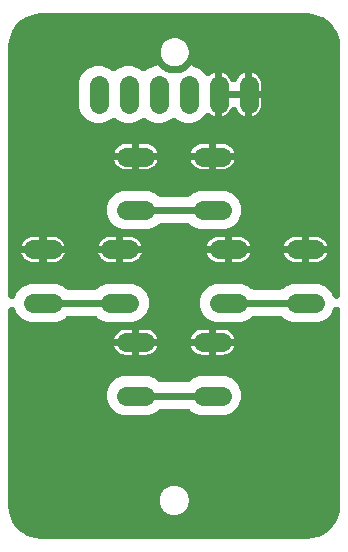
<source format=gbr>
G04 EAGLE Gerber RS-274X export*
G75*
%MOMM*%
%FSLAX34Y34*%
%LPD*%
%INTop Copper*%
%IPPOS*%
%AMOC8*
5,1,8,0,0,1.08239X$1,22.5*%
G01*
%ADD10C,0.609600*%
%ADD11C,0.500000*%
%ADD12C,1.625600*%

G36*
X256152Y2553D02*
X256152Y2553D01*
X256239Y2550D01*
X260058Y2851D01*
X260075Y2853D01*
X260092Y2854D01*
X260152Y2866D01*
X260545Y2929D01*
X260679Y2974D01*
X260761Y2990D01*
X268024Y5351D01*
X268151Y5403D01*
X268281Y5447D01*
X268352Y5487D01*
X268480Y5541D01*
X268825Y5756D01*
X268874Y5783D01*
X275053Y10273D01*
X275157Y10362D01*
X275267Y10444D01*
X275322Y10504D01*
X275427Y10594D01*
X275689Y10905D01*
X275727Y10947D01*
X280217Y17126D01*
X280288Y17243D01*
X280367Y17355D01*
X280401Y17429D01*
X280473Y17547D01*
X280626Y17925D01*
X280649Y17976D01*
X283010Y25239D01*
X283014Y25256D01*
X283020Y25272D01*
X283032Y25333D01*
X283124Y25719D01*
X283134Y25860D01*
X283149Y25942D01*
X283450Y29761D01*
X283449Y29913D01*
X283459Y30000D01*
X283459Y196063D01*
X283448Y196205D01*
X283446Y196347D01*
X283428Y196450D01*
X283419Y196555D01*
X283385Y196693D01*
X283360Y196833D01*
X283326Y196932D01*
X283301Y197033D01*
X283244Y197164D01*
X283197Y197299D01*
X283147Y197391D01*
X283106Y197487D01*
X283030Y197607D01*
X282961Y197732D01*
X282897Y197815D01*
X282841Y197903D01*
X282746Y198009D01*
X282659Y198122D01*
X282582Y198193D01*
X282512Y198271D01*
X282401Y198360D01*
X282297Y198457D01*
X282210Y198515D01*
X282128Y198581D01*
X282005Y198651D01*
X281886Y198730D01*
X281790Y198773D01*
X281700Y198825D01*
X281566Y198874D01*
X281436Y198933D01*
X281335Y198960D01*
X281237Y198996D01*
X281097Y199024D01*
X280960Y199060D01*
X280856Y199071D01*
X280753Y199091D01*
X280611Y199095D01*
X280469Y199110D01*
X280364Y199103D01*
X280260Y199106D01*
X280119Y199088D01*
X279976Y199079D01*
X279875Y199056D01*
X279771Y199042D01*
X279634Y199001D01*
X279495Y198969D01*
X279399Y198930D01*
X279299Y198899D01*
X279170Y198837D01*
X279038Y198783D01*
X278949Y198728D01*
X278855Y198682D01*
X278739Y198600D01*
X278618Y198526D01*
X278538Y198457D01*
X278453Y198397D01*
X278352Y198297D01*
X278244Y198204D01*
X278176Y198124D01*
X278102Y198050D01*
X278018Y197935D01*
X277927Y197826D01*
X277889Y197757D01*
X277812Y197652D01*
X277616Y197264D01*
X277597Y197229D01*
X275922Y193185D01*
X271349Y188612D01*
X265374Y186137D01*
X242650Y186137D01*
X236675Y188612D01*
X234963Y190325D01*
X234876Y190399D01*
X234795Y190480D01*
X234688Y190558D01*
X234587Y190644D01*
X234489Y190703D01*
X234397Y190770D01*
X234278Y190830D01*
X234164Y190899D01*
X234058Y190941D01*
X233956Y190993D01*
X233829Y191033D01*
X233706Y191082D01*
X233595Y191107D01*
X233486Y191141D01*
X233392Y191151D01*
X233225Y191189D01*
X232900Y191207D01*
X232808Y191217D01*
X210192Y191217D01*
X210078Y191208D01*
X209964Y191209D01*
X209833Y191188D01*
X209700Y191177D01*
X209590Y191150D01*
X209477Y191132D01*
X209350Y191091D01*
X209221Y191059D01*
X209117Y191014D01*
X209008Y190978D01*
X208890Y190916D01*
X208768Y190864D01*
X208672Y190803D01*
X208570Y190750D01*
X208497Y190691D01*
X208352Y190599D01*
X208110Y190383D01*
X208037Y190325D01*
X206325Y188612D01*
X200350Y186137D01*
X177626Y186137D01*
X171651Y188612D01*
X167078Y193185D01*
X164603Y199160D01*
X164603Y205628D01*
X167078Y211603D01*
X171651Y216176D01*
X177626Y218651D01*
X200350Y218651D01*
X206325Y216176D01*
X208037Y214463D01*
X208124Y214389D01*
X208205Y214308D01*
X208312Y214230D01*
X208413Y214144D01*
X208511Y214085D01*
X208603Y214018D01*
X208722Y213958D01*
X208836Y213889D01*
X208942Y213847D01*
X209044Y213795D01*
X209171Y213755D01*
X209294Y213706D01*
X209405Y213681D01*
X209514Y213647D01*
X209608Y213637D01*
X209775Y213599D01*
X210100Y213581D01*
X210192Y213571D01*
X232808Y213571D01*
X232922Y213580D01*
X233036Y213579D01*
X233167Y213600D01*
X233300Y213611D01*
X233410Y213638D01*
X233523Y213656D01*
X233650Y213697D01*
X233779Y213729D01*
X233883Y213774D01*
X233992Y213810D01*
X234110Y213872D01*
X234232Y213924D01*
X234328Y213985D01*
X234430Y214038D01*
X234503Y214097D01*
X234648Y214189D01*
X234890Y214405D01*
X234963Y214463D01*
X236675Y216176D01*
X242650Y218651D01*
X265374Y218651D01*
X271349Y216176D01*
X275922Y211603D01*
X277597Y207559D01*
X277662Y207432D01*
X277718Y207301D01*
X277774Y207213D01*
X277822Y207120D01*
X277906Y207005D01*
X277983Y206885D01*
X278053Y206807D01*
X278115Y206723D01*
X278217Y206624D01*
X278312Y206517D01*
X278393Y206452D01*
X278468Y206379D01*
X278585Y206297D01*
X278696Y206207D01*
X278786Y206156D01*
X278872Y206096D01*
X279000Y206034D01*
X279124Y205963D01*
X279222Y205927D01*
X279317Y205882D01*
X279453Y205841D01*
X279587Y205792D01*
X279689Y205772D01*
X279790Y205742D01*
X279931Y205724D01*
X280071Y205697D01*
X280175Y205694D01*
X280279Y205681D01*
X280422Y205686D01*
X280564Y205682D01*
X280668Y205695D01*
X280772Y205699D01*
X280912Y205728D01*
X281053Y205746D01*
X281153Y205776D01*
X281256Y205797D01*
X281389Y205848D01*
X281526Y205889D01*
X281619Y205935D01*
X281717Y205972D01*
X281841Y206043D01*
X281969Y206106D01*
X282054Y206166D01*
X282144Y206218D01*
X282255Y206309D01*
X282371Y206391D01*
X282445Y206464D01*
X282526Y206531D01*
X282621Y206638D01*
X282722Y206738D01*
X282783Y206822D01*
X282853Y206901D01*
X282928Y207021D01*
X283012Y207136D01*
X283059Y207230D01*
X283115Y207318D01*
X283170Y207450D01*
X283235Y207577D01*
X283266Y207677D01*
X283307Y207773D01*
X283340Y207911D01*
X283383Y208047D01*
X283392Y208126D01*
X283422Y208253D01*
X283455Y208685D01*
X283459Y208725D01*
X283459Y420000D01*
X283452Y420090D01*
X283454Y420166D01*
X283449Y420208D01*
X283450Y420239D01*
X283149Y424058D01*
X283147Y424075D01*
X283146Y424092D01*
X283134Y424152D01*
X283071Y424545D01*
X283026Y424679D01*
X283010Y424761D01*
X280649Y432024D01*
X280597Y432151D01*
X280553Y432281D01*
X280513Y432352D01*
X280459Y432480D01*
X280244Y432825D01*
X280217Y432874D01*
X275727Y439053D01*
X275638Y439157D01*
X275556Y439267D01*
X275496Y439322D01*
X275406Y439427D01*
X275095Y439689D01*
X275053Y439727D01*
X268874Y444217D01*
X268757Y444288D01*
X268645Y444367D01*
X268571Y444401D01*
X268453Y444473D01*
X268075Y444626D01*
X268024Y444649D01*
X260761Y447010D01*
X260744Y447014D01*
X260728Y447020D01*
X260667Y447032D01*
X260281Y447124D01*
X260140Y447134D01*
X260058Y447149D01*
X256239Y447450D01*
X256087Y447449D01*
X256000Y447459D01*
X30000Y447459D01*
X29848Y447447D01*
X29761Y447450D01*
X25942Y447149D01*
X25925Y447147D01*
X25908Y447146D01*
X25848Y447134D01*
X25455Y447071D01*
X25321Y447026D01*
X25239Y447010D01*
X17976Y444649D01*
X17849Y444597D01*
X17719Y444553D01*
X17648Y444513D01*
X17520Y444459D01*
X17175Y444244D01*
X17126Y444217D01*
X10947Y439727D01*
X10843Y439638D01*
X10733Y439556D01*
X10678Y439496D01*
X10573Y439406D01*
X10311Y439095D01*
X10273Y439053D01*
X5783Y432874D01*
X5712Y432757D01*
X5633Y432645D01*
X5599Y432571D01*
X5527Y432453D01*
X5374Y432075D01*
X5351Y432024D01*
X2990Y424761D01*
X2986Y424744D01*
X2980Y424728D01*
X2968Y424667D01*
X2876Y424281D01*
X2866Y424140D01*
X2851Y424058D01*
X2550Y420239D01*
X2551Y420087D01*
X2541Y420000D01*
X2541Y208725D01*
X2552Y208583D01*
X2554Y208441D01*
X2572Y208338D01*
X2581Y208233D01*
X2615Y208095D01*
X2640Y207955D01*
X2674Y207856D01*
X2699Y207755D01*
X2756Y207624D01*
X2803Y207489D01*
X2853Y207397D01*
X2894Y207301D01*
X2970Y207181D01*
X3039Y207056D01*
X3103Y206973D01*
X3159Y206885D01*
X3254Y206779D01*
X3341Y206666D01*
X3418Y206595D01*
X3488Y206517D01*
X3599Y206428D01*
X3703Y206331D01*
X3790Y206273D01*
X3872Y206207D01*
X3995Y206137D01*
X4114Y206058D01*
X4210Y206015D01*
X4300Y205963D01*
X4434Y205914D01*
X4564Y205855D01*
X4665Y205828D01*
X4763Y205792D01*
X4902Y205764D01*
X5040Y205727D01*
X5145Y205717D01*
X5247Y205697D01*
X5389Y205693D01*
X5531Y205678D01*
X5636Y205685D01*
X5740Y205682D01*
X5881Y205700D01*
X6024Y205709D01*
X6125Y205732D01*
X6229Y205746D01*
X6366Y205787D01*
X6505Y205819D01*
X6601Y205858D01*
X6701Y205889D01*
X6830Y205951D01*
X6962Y206005D01*
X7051Y206060D01*
X7145Y206105D01*
X7261Y206188D01*
X7382Y206262D01*
X7462Y206330D01*
X7547Y206391D01*
X7648Y206491D01*
X7756Y206584D01*
X7824Y206664D01*
X7898Y206738D01*
X7982Y206853D01*
X8073Y206962D01*
X8111Y207031D01*
X8188Y207136D01*
X8384Y207523D01*
X8403Y207559D01*
X10078Y211603D01*
X14651Y216176D01*
X20626Y218651D01*
X43350Y218651D01*
X49325Y216176D01*
X51037Y214463D01*
X51124Y214389D01*
X51204Y214308D01*
X51312Y214230D01*
X51413Y214144D01*
X51511Y214085D01*
X51603Y214018D01*
X51722Y213958D01*
X51836Y213889D01*
X51942Y213847D01*
X52044Y213795D01*
X52170Y213755D01*
X52294Y213706D01*
X52405Y213681D01*
X52514Y213647D01*
X52608Y213637D01*
X52775Y213599D01*
X53100Y213581D01*
X53192Y213571D01*
X75808Y213571D01*
X75922Y213580D01*
X76036Y213579D01*
X76168Y213600D01*
X76300Y213611D01*
X76411Y213638D01*
X76523Y213656D01*
X76650Y213697D01*
X76779Y213729D01*
X76883Y213774D01*
X76992Y213810D01*
X77110Y213872D01*
X77232Y213924D01*
X77328Y213985D01*
X77430Y214038D01*
X77503Y214097D01*
X77648Y214189D01*
X77890Y214405D01*
X77963Y214463D01*
X79675Y216176D01*
X85650Y218651D01*
X108374Y218651D01*
X114349Y216176D01*
X118922Y211603D01*
X121397Y205628D01*
X121397Y199160D01*
X118922Y193185D01*
X114349Y188612D01*
X108374Y186137D01*
X85650Y186137D01*
X79675Y188612D01*
X77963Y190325D01*
X77876Y190399D01*
X77796Y190480D01*
X77688Y190558D01*
X77587Y190644D01*
X77489Y190703D01*
X77397Y190770D01*
X77278Y190830D01*
X77164Y190899D01*
X77058Y190941D01*
X76956Y190993D01*
X76830Y191033D01*
X76706Y191082D01*
X76595Y191107D01*
X76486Y191141D01*
X76392Y191151D01*
X76225Y191189D01*
X75900Y191207D01*
X75808Y191217D01*
X53192Y191217D01*
X53078Y191208D01*
X52964Y191209D01*
X52832Y191188D01*
X52700Y191177D01*
X52589Y191150D01*
X52477Y191132D01*
X52350Y191091D01*
X52221Y191059D01*
X52117Y191014D01*
X52008Y190978D01*
X51890Y190916D01*
X51768Y190864D01*
X51672Y190803D01*
X51570Y190750D01*
X51497Y190691D01*
X51352Y190599D01*
X51110Y190383D01*
X51037Y190325D01*
X49325Y188612D01*
X43350Y186137D01*
X20626Y186137D01*
X14651Y188612D01*
X10078Y193185D01*
X8403Y197229D01*
X8338Y197356D01*
X8282Y197487D01*
X8226Y197575D01*
X8178Y197668D01*
X8093Y197783D01*
X8017Y197903D01*
X7947Y197981D01*
X7885Y198065D01*
X7783Y198165D01*
X7688Y198271D01*
X7607Y198336D01*
X7532Y198409D01*
X7415Y198491D01*
X7304Y198581D01*
X7214Y198632D01*
X7128Y198692D01*
X7000Y198754D01*
X6876Y198825D01*
X6778Y198861D01*
X6683Y198906D01*
X6547Y198947D01*
X6413Y198996D01*
X6311Y199016D01*
X6210Y199046D01*
X6069Y199064D01*
X5929Y199091D01*
X5825Y199094D01*
X5721Y199107D01*
X5578Y199102D01*
X5436Y199106D01*
X5332Y199093D01*
X5228Y199089D01*
X5088Y199061D01*
X4947Y199042D01*
X4847Y199012D01*
X4744Y198991D01*
X4611Y198941D01*
X4474Y198899D01*
X4381Y198853D01*
X4283Y198816D01*
X4159Y198745D01*
X4031Y198683D01*
X3946Y198622D01*
X3856Y198570D01*
X3745Y198479D01*
X3629Y198397D01*
X3555Y198324D01*
X3474Y198257D01*
X3379Y198150D01*
X3278Y198050D01*
X3217Y197966D01*
X3147Y197887D01*
X3071Y197767D01*
X2988Y197652D01*
X2941Y197558D01*
X2885Y197470D01*
X2830Y197338D01*
X2765Y197211D01*
X2734Y197111D01*
X2693Y197015D01*
X2660Y196877D01*
X2617Y196741D01*
X2608Y196663D01*
X2578Y196536D01*
X2545Y196103D01*
X2541Y196063D01*
X2541Y30000D01*
X2550Y29891D01*
X2547Y29814D01*
X2551Y29786D01*
X2550Y29761D01*
X2851Y25942D01*
X2853Y25925D01*
X2854Y25908D01*
X2866Y25848D01*
X2929Y25455D01*
X2974Y25321D01*
X2990Y25239D01*
X5351Y17976D01*
X5403Y17849D01*
X5447Y17719D01*
X5487Y17648D01*
X5541Y17520D01*
X5756Y17175D01*
X5783Y17126D01*
X10273Y10947D01*
X10362Y10843D01*
X10444Y10733D01*
X10504Y10678D01*
X10594Y10573D01*
X10905Y10311D01*
X10947Y10273D01*
X17126Y5783D01*
X17243Y5712D01*
X17355Y5633D01*
X17429Y5599D01*
X17547Y5527D01*
X17925Y5374D01*
X17976Y5351D01*
X25239Y2990D01*
X25256Y2986D01*
X25272Y2980D01*
X25333Y2968D01*
X25719Y2876D01*
X25860Y2866D01*
X25942Y2851D01*
X29761Y2550D01*
X29913Y2551D01*
X30000Y2541D01*
X256000Y2541D01*
X256152Y2553D01*
G37*
%LPC*%
G36*
X75766Y354345D02*
X75766Y354345D01*
X69791Y356820D01*
X65218Y361393D01*
X62743Y367368D01*
X62743Y390092D01*
X65218Y396067D01*
X69791Y400640D01*
X75766Y403115D01*
X82234Y403115D01*
X88209Y400640D01*
X89545Y399303D01*
X89603Y399254D01*
X89655Y399198D01*
X89791Y399094D01*
X89921Y398984D01*
X89987Y398944D01*
X90047Y398898D01*
X90197Y398817D01*
X90344Y398729D01*
X90414Y398701D01*
X90482Y398665D01*
X90643Y398609D01*
X90802Y398546D01*
X90876Y398530D01*
X90948Y398505D01*
X91117Y398476D01*
X91283Y398439D01*
X91360Y398435D01*
X91435Y398422D01*
X91605Y398421D01*
X91776Y398412D01*
X91852Y398420D01*
X91928Y398419D01*
X92097Y398446D01*
X92267Y398464D01*
X92340Y398484D01*
X92415Y398496D01*
X92578Y398549D01*
X92742Y398595D01*
X92811Y398626D01*
X92884Y398650D01*
X93036Y398729D01*
X93191Y398800D01*
X93254Y398843D01*
X93322Y398878D01*
X93404Y398944D01*
X93600Y399076D01*
X93772Y399238D01*
X93855Y399303D01*
X95191Y400640D01*
X101166Y403115D01*
X107634Y403115D01*
X113609Y400640D01*
X114945Y399303D01*
X115003Y399254D01*
X115055Y399198D01*
X115191Y399094D01*
X115321Y398984D01*
X115387Y398944D01*
X115447Y398898D01*
X115597Y398817D01*
X115744Y398729D01*
X115814Y398701D01*
X115882Y398665D01*
X116043Y398609D01*
X116202Y398546D01*
X116276Y398530D01*
X116348Y398505D01*
X116517Y398476D01*
X116683Y398439D01*
X116760Y398435D01*
X116835Y398422D01*
X117005Y398421D01*
X117176Y398412D01*
X117252Y398420D01*
X117328Y398419D01*
X117497Y398446D01*
X117667Y398464D01*
X117740Y398484D01*
X117815Y398496D01*
X117978Y398549D01*
X118142Y398595D01*
X118211Y398626D01*
X118284Y398650D01*
X118436Y398729D01*
X118591Y398800D01*
X118654Y398843D01*
X118722Y398878D01*
X118804Y398944D01*
X119000Y399076D01*
X119172Y399238D01*
X119255Y399303D01*
X120591Y400640D01*
X126566Y403115D01*
X127083Y403115D01*
X127263Y403129D01*
X127443Y403136D01*
X127508Y403149D01*
X127574Y403155D01*
X127750Y403198D01*
X127926Y403234D01*
X127988Y403257D01*
X128053Y403273D01*
X128219Y403345D01*
X128388Y403408D01*
X128445Y403442D01*
X128506Y403468D01*
X128659Y403565D01*
X128815Y403655D01*
X128866Y403697D01*
X128923Y403733D01*
X129057Y403853D01*
X129197Y403968D01*
X129241Y404017D01*
X129290Y404062D01*
X129404Y404202D01*
X129523Y404337D01*
X129559Y404394D01*
X129600Y404446D01*
X129690Y404602D01*
X129786Y404755D01*
X129811Y404816D01*
X129844Y404874D01*
X129907Y405044D01*
X129977Y405210D01*
X129993Y405274D01*
X130016Y405337D01*
X130051Y405514D01*
X130093Y405689D01*
X130098Y405756D01*
X130111Y405821D01*
X130116Y406001D01*
X130130Y406181D01*
X130124Y406248D01*
X130126Y406314D01*
X130102Y406493D01*
X130087Y406673D01*
X130072Y406723D01*
X130062Y406803D01*
X129919Y407275D01*
X129904Y407306D01*
X129898Y407328D01*
X127959Y412008D01*
X127959Y417992D01*
X130249Y423520D01*
X134480Y427751D01*
X140008Y430041D01*
X145992Y430041D01*
X151520Y427751D01*
X155751Y423520D01*
X158041Y417992D01*
X158041Y412008D01*
X156102Y407328D01*
X156047Y407157D01*
X155984Y406987D01*
X155971Y406922D01*
X155951Y406859D01*
X155924Y406680D01*
X155889Y406503D01*
X155887Y406437D01*
X155877Y406371D01*
X155880Y406190D01*
X155874Y406010D01*
X155883Y405944D01*
X155884Y405877D01*
X155915Y405700D01*
X155938Y405521D01*
X155958Y405457D01*
X155969Y405392D01*
X156029Y405221D01*
X156081Y405048D01*
X156110Y404989D01*
X156132Y404926D01*
X156218Y404768D01*
X156298Y404605D01*
X156336Y404551D01*
X156368Y404493D01*
X156479Y404350D01*
X156583Y404203D01*
X156630Y404156D01*
X156671Y404103D01*
X156803Y403980D01*
X156930Y403852D01*
X156984Y403813D01*
X157033Y403768D01*
X157183Y403668D01*
X157329Y403562D01*
X157388Y403532D01*
X157444Y403495D01*
X157608Y403421D01*
X157769Y403339D01*
X157833Y403319D01*
X157893Y403292D01*
X158067Y403245D01*
X158240Y403191D01*
X158253Y403190D01*
X164409Y400640D01*
X169010Y396039D01*
X169088Y395870D01*
X169122Y395821D01*
X169148Y395769D01*
X169260Y395618D01*
X169366Y395462D01*
X169406Y395419D01*
X169441Y395372D01*
X169576Y395241D01*
X169706Y395104D01*
X169752Y395068D01*
X169795Y395027D01*
X169949Y394919D01*
X170098Y394806D01*
X170150Y394778D01*
X170199Y394744D01*
X170368Y394663D01*
X170534Y394575D01*
X170590Y394556D01*
X170643Y394530D01*
X170823Y394477D01*
X171002Y394417D01*
X171060Y394407D01*
X171116Y394391D01*
X171303Y394367D01*
X171489Y394337D01*
X171547Y394337D01*
X171606Y394329D01*
X171794Y394336D01*
X171982Y394336D01*
X172040Y394346D01*
X172099Y394348D01*
X172283Y394385D01*
X172469Y394415D01*
X172525Y394434D01*
X172582Y394446D01*
X172758Y394512D01*
X172937Y394572D01*
X172978Y394595D01*
X173044Y394620D01*
X173471Y394867D01*
X173504Y394894D01*
X173530Y394909D01*
X175008Y395983D01*
X176505Y396745D01*
X177553Y397086D01*
X177553Y378730D01*
X177553Y360374D01*
X176505Y360715D01*
X175008Y361477D01*
X173530Y362551D01*
X173369Y362649D01*
X173212Y362753D01*
X173159Y362778D01*
X173109Y362808D01*
X172935Y362879D01*
X172763Y362956D01*
X172706Y362972D01*
X172651Y362994D01*
X172468Y363035D01*
X172286Y363084D01*
X172228Y363090D01*
X172170Y363103D01*
X171982Y363114D01*
X171795Y363133D01*
X171737Y363129D01*
X171678Y363133D01*
X171490Y363114D01*
X171303Y363102D01*
X171246Y363089D01*
X171187Y363083D01*
X171005Y363034D01*
X170822Y362992D01*
X170768Y362970D01*
X170711Y362955D01*
X170539Y362877D01*
X170365Y362806D01*
X170315Y362776D01*
X170261Y362751D01*
X170104Y362647D01*
X169944Y362549D01*
X169900Y362511D01*
X169851Y362478D01*
X169713Y362350D01*
X169570Y362227D01*
X169532Y362182D01*
X169489Y362142D01*
X169374Y361993D01*
X169253Y361849D01*
X169230Y361808D01*
X169187Y361752D01*
X169005Y361416D01*
X164409Y356820D01*
X158434Y354345D01*
X151966Y354345D01*
X145991Y356820D01*
X144655Y358157D01*
X144597Y358206D01*
X144544Y358262D01*
X144409Y358365D01*
X144279Y358476D01*
X144213Y358516D01*
X144153Y358562D01*
X144003Y358643D01*
X143856Y358731D01*
X143785Y358759D01*
X143718Y358795D01*
X143557Y358851D01*
X143398Y358914D01*
X143324Y358930D01*
X143252Y358955D01*
X143083Y358984D01*
X142916Y359021D01*
X142840Y359025D01*
X142765Y359038D01*
X142594Y359039D01*
X142424Y359048D01*
X142348Y359040D01*
X142272Y359041D01*
X142103Y359014D01*
X141933Y358996D01*
X141860Y358976D01*
X141785Y358964D01*
X141622Y358911D01*
X141458Y358865D01*
X141388Y358834D01*
X141316Y358810D01*
X141164Y358731D01*
X141009Y358660D01*
X140946Y358617D01*
X140878Y358582D01*
X140796Y358516D01*
X140600Y358384D01*
X140428Y358223D01*
X140345Y358157D01*
X139009Y356820D01*
X133034Y354345D01*
X126566Y354345D01*
X120591Y356820D01*
X119255Y358157D01*
X119197Y358206D01*
X119144Y358262D01*
X119009Y358365D01*
X118879Y358476D01*
X118813Y358516D01*
X118753Y358562D01*
X118603Y358643D01*
X118456Y358731D01*
X118385Y358759D01*
X118318Y358795D01*
X118157Y358851D01*
X117998Y358914D01*
X117924Y358930D01*
X117852Y358955D01*
X117683Y358984D01*
X117516Y359021D01*
X117440Y359025D01*
X117365Y359038D01*
X117194Y359039D01*
X117024Y359048D01*
X116948Y359040D01*
X116872Y359041D01*
X116703Y359014D01*
X116533Y358996D01*
X116460Y358976D01*
X116385Y358964D01*
X116222Y358911D01*
X116058Y358865D01*
X115988Y358834D01*
X115916Y358810D01*
X115764Y358731D01*
X115609Y358660D01*
X115546Y358617D01*
X115478Y358582D01*
X115396Y358516D01*
X115200Y358384D01*
X115028Y358223D01*
X114945Y358157D01*
X113609Y356820D01*
X107634Y354345D01*
X101166Y354345D01*
X95191Y356820D01*
X93855Y358157D01*
X93797Y358206D01*
X93744Y358262D01*
X93609Y358365D01*
X93479Y358476D01*
X93413Y358516D01*
X93353Y358562D01*
X93203Y358643D01*
X93056Y358731D01*
X92985Y358759D01*
X92918Y358795D01*
X92757Y358851D01*
X92598Y358914D01*
X92524Y358930D01*
X92452Y358955D01*
X92283Y358984D01*
X92116Y359021D01*
X92040Y359025D01*
X91965Y359038D01*
X91794Y359039D01*
X91624Y359048D01*
X91548Y359040D01*
X91472Y359041D01*
X91303Y359014D01*
X91133Y358996D01*
X91060Y358976D01*
X90985Y358964D01*
X90822Y358911D01*
X90658Y358865D01*
X90588Y358834D01*
X90516Y358810D01*
X90364Y358731D01*
X90209Y358660D01*
X90146Y358617D01*
X90078Y358582D01*
X89996Y358516D01*
X89800Y358384D01*
X89628Y358223D01*
X89545Y358157D01*
X88209Y356820D01*
X82234Y354345D01*
X75766Y354345D01*
G37*
%LPD*%
%LPC*%
G36*
X99126Y264637D02*
X99126Y264637D01*
X93151Y267112D01*
X88578Y271685D01*
X86103Y277660D01*
X86103Y284128D01*
X88578Y290103D01*
X93151Y294676D01*
X99126Y297151D01*
X121850Y297151D01*
X127825Y294676D01*
X129537Y292963D01*
X129624Y292889D01*
X129704Y292808D01*
X129812Y292730D01*
X129913Y292644D01*
X130011Y292585D01*
X130103Y292518D01*
X130222Y292458D01*
X130336Y292389D01*
X130442Y292347D01*
X130544Y292295D01*
X130670Y292255D01*
X130794Y292206D01*
X130905Y292181D01*
X131014Y292147D01*
X131108Y292137D01*
X131275Y292099D01*
X131600Y292081D01*
X131692Y292071D01*
X154308Y292071D01*
X154422Y292080D01*
X154536Y292079D01*
X154668Y292100D01*
X154800Y292111D01*
X154911Y292138D01*
X155023Y292156D01*
X155150Y292197D01*
X155279Y292229D01*
X155383Y292274D01*
X155492Y292310D01*
X155610Y292372D01*
X155732Y292424D01*
X155828Y292485D01*
X155930Y292538D01*
X156003Y292597D01*
X156148Y292689D01*
X156390Y292905D01*
X156463Y292963D01*
X158175Y294676D01*
X164150Y297151D01*
X186874Y297151D01*
X192849Y294676D01*
X197422Y290103D01*
X199897Y284128D01*
X199897Y277660D01*
X197422Y271685D01*
X192849Y267112D01*
X186874Y264637D01*
X164150Y264637D01*
X158175Y267112D01*
X156463Y268825D01*
X156376Y268899D01*
X156296Y268980D01*
X156188Y269058D01*
X156087Y269144D01*
X155989Y269203D01*
X155897Y269270D01*
X155778Y269330D01*
X155664Y269399D01*
X155558Y269441D01*
X155456Y269493D01*
X155330Y269533D01*
X155206Y269582D01*
X155095Y269607D01*
X154986Y269641D01*
X154892Y269651D01*
X154725Y269689D01*
X154400Y269707D01*
X154308Y269717D01*
X131692Y269717D01*
X131578Y269708D01*
X131464Y269709D01*
X131332Y269688D01*
X131200Y269677D01*
X131089Y269650D01*
X130977Y269632D01*
X130850Y269591D01*
X130721Y269559D01*
X130617Y269514D01*
X130508Y269478D01*
X130390Y269416D01*
X130268Y269364D01*
X130172Y269303D01*
X130070Y269250D01*
X129997Y269191D01*
X129852Y269099D01*
X129610Y268883D01*
X129537Y268825D01*
X127825Y267112D01*
X121850Y264637D01*
X99126Y264637D01*
G37*
%LPD*%
%LPC*%
G36*
X99126Y107637D02*
X99126Y107637D01*
X93151Y110112D01*
X88578Y114685D01*
X86103Y120660D01*
X86103Y127128D01*
X88578Y133103D01*
X93151Y137676D01*
X99126Y140151D01*
X121850Y140151D01*
X127825Y137676D01*
X129537Y135963D01*
X129624Y135889D01*
X129704Y135808D01*
X129812Y135730D01*
X129913Y135644D01*
X130011Y135585D01*
X130103Y135518D01*
X130222Y135458D01*
X130336Y135389D01*
X130442Y135347D01*
X130544Y135295D01*
X130670Y135255D01*
X130794Y135206D01*
X130905Y135181D01*
X131014Y135147D01*
X131108Y135137D01*
X131275Y135099D01*
X131600Y135081D01*
X131692Y135071D01*
X154308Y135071D01*
X154422Y135080D01*
X154536Y135079D01*
X154668Y135100D01*
X154800Y135111D01*
X154911Y135138D01*
X155023Y135156D01*
X155150Y135197D01*
X155279Y135229D01*
X155383Y135274D01*
X155492Y135310D01*
X155610Y135372D01*
X155732Y135424D01*
X155828Y135485D01*
X155930Y135538D01*
X156003Y135597D01*
X156148Y135689D01*
X156390Y135905D01*
X156463Y135963D01*
X158175Y137676D01*
X164150Y140151D01*
X186874Y140151D01*
X192849Y137676D01*
X197422Y133103D01*
X199897Y127128D01*
X199897Y120660D01*
X197422Y114685D01*
X192849Y110112D01*
X186874Y107637D01*
X164150Y107637D01*
X158175Y110112D01*
X156463Y111825D01*
X156376Y111899D01*
X156296Y111980D01*
X156188Y112058D01*
X156087Y112144D01*
X155989Y112203D01*
X155897Y112270D01*
X155778Y112330D01*
X155664Y112399D01*
X155558Y112441D01*
X155456Y112493D01*
X155330Y112533D01*
X155206Y112582D01*
X155095Y112607D01*
X154986Y112641D01*
X154892Y112651D01*
X154725Y112689D01*
X154400Y112707D01*
X154308Y112717D01*
X131692Y112717D01*
X131578Y112708D01*
X131464Y112709D01*
X131332Y112688D01*
X131200Y112677D01*
X131089Y112650D01*
X130977Y112632D01*
X130850Y112591D01*
X130721Y112559D01*
X130617Y112514D01*
X130508Y112478D01*
X130390Y112416D01*
X130268Y112364D01*
X130172Y112303D01*
X130070Y112250D01*
X129997Y112191D01*
X129852Y112099D01*
X129610Y111883D01*
X129537Y111825D01*
X127825Y110112D01*
X121850Y107637D01*
X99126Y107637D01*
G37*
%LPD*%
%LPC*%
G36*
X140008Y19959D02*
X140008Y19959D01*
X134480Y22249D01*
X130249Y26480D01*
X127959Y32008D01*
X127959Y37992D01*
X130249Y43520D01*
X134480Y47751D01*
X140008Y50041D01*
X145992Y50041D01*
X151520Y47751D01*
X155751Y43520D01*
X158041Y37992D01*
X158041Y32008D01*
X155751Y26480D01*
X151520Y22249D01*
X145992Y19959D01*
X140008Y19959D01*
G37*
%LPD*%
%LPC*%
G36*
X183647Y381777D02*
X183647Y381777D01*
X183647Y397086D01*
X184695Y396745D01*
X186192Y395983D01*
X187550Y394996D01*
X188738Y393808D01*
X189725Y392450D01*
X190585Y390761D01*
X190609Y390723D01*
X190628Y390681D01*
X190738Y390513D01*
X190844Y390341D01*
X190874Y390307D01*
X190899Y390269D01*
X191035Y390121D01*
X191167Y389969D01*
X191202Y389940D01*
X191233Y389906D01*
X191392Y389782D01*
X191546Y389653D01*
X191585Y389630D01*
X191621Y389602D01*
X191798Y389505D01*
X191971Y389403D01*
X192014Y389386D01*
X192054Y389364D01*
X192244Y389297D01*
X192431Y389224D01*
X192476Y389215D01*
X192519Y389199D01*
X192717Y389164D01*
X192914Y389122D01*
X192959Y389120D01*
X193004Y389112D01*
X193206Y389109D01*
X193406Y389100D01*
X193452Y389105D01*
X193498Y389104D01*
X193697Y389133D01*
X193896Y389157D01*
X193940Y389169D01*
X193986Y389176D01*
X194178Y389237D01*
X194371Y389292D01*
X194412Y389311D01*
X194456Y389325D01*
X194635Y389416D01*
X194817Y389502D01*
X194855Y389528D01*
X194896Y389549D01*
X195058Y389668D01*
X195224Y389782D01*
X195257Y389813D01*
X195294Y389840D01*
X195435Y389984D01*
X195580Y390123D01*
X195607Y390159D01*
X195639Y390192D01*
X195694Y390275D01*
X195876Y390517D01*
X195961Y390680D01*
X196015Y390761D01*
X196875Y392450D01*
X197862Y393808D01*
X199050Y394996D01*
X200408Y395983D01*
X201905Y396745D01*
X202953Y397086D01*
X202953Y381777D01*
X183647Y381777D01*
G37*
%LPD*%
%LPC*%
G36*
X201905Y360715D02*
X201905Y360715D01*
X200408Y361477D01*
X199050Y362464D01*
X197862Y363652D01*
X196875Y365010D01*
X196015Y366699D01*
X195991Y366738D01*
X195972Y366779D01*
X195862Y366947D01*
X195756Y367119D01*
X195726Y367153D01*
X195701Y367191D01*
X195565Y367339D01*
X195433Y367491D01*
X195398Y367521D01*
X195367Y367554D01*
X195209Y367678D01*
X195054Y367807D01*
X195014Y367830D01*
X194979Y367858D01*
X194803Y367955D01*
X194629Y368057D01*
X194586Y368074D01*
X194546Y368096D01*
X194357Y368163D01*
X194169Y368236D01*
X194124Y368245D01*
X194081Y368261D01*
X193883Y368296D01*
X193686Y368338D01*
X193641Y368340D01*
X193596Y368348D01*
X193394Y368351D01*
X193193Y368360D01*
X193148Y368355D01*
X193102Y368356D01*
X192902Y368327D01*
X192703Y368303D01*
X192660Y368291D01*
X192614Y368284D01*
X192422Y368223D01*
X192229Y368168D01*
X192188Y368148D01*
X192144Y368135D01*
X191965Y368044D01*
X191783Y367958D01*
X191745Y367932D01*
X191704Y367911D01*
X191542Y367792D01*
X191376Y367678D01*
X191343Y367647D01*
X191306Y367620D01*
X191165Y367476D01*
X191020Y367337D01*
X190993Y367300D01*
X190961Y367268D01*
X190906Y367186D01*
X190724Y366943D01*
X190638Y366780D01*
X190585Y366699D01*
X189725Y365010D01*
X188738Y363652D01*
X187550Y362464D01*
X186192Y361477D01*
X184695Y360715D01*
X183647Y360374D01*
X183647Y375683D01*
X202953Y375683D01*
X202953Y360374D01*
X201905Y360715D01*
G37*
%LPD*%
%LPC*%
G36*
X209047Y381777D02*
X209047Y381777D01*
X209047Y397086D01*
X210095Y396745D01*
X211592Y395983D01*
X212950Y394996D01*
X214138Y393808D01*
X215125Y392450D01*
X215887Y390953D01*
X216406Y389356D01*
X216669Y387698D01*
X216669Y381777D01*
X209047Y381777D01*
G37*
%LPD*%
%LPC*%
G36*
X113535Y172153D02*
X113535Y172153D01*
X113535Y179775D01*
X119456Y179775D01*
X121114Y179512D01*
X122711Y178993D01*
X124208Y178231D01*
X125566Y177244D01*
X126754Y176056D01*
X127741Y174698D01*
X128503Y173201D01*
X128844Y172153D01*
X113535Y172153D01*
G37*
%LPD*%
%LPC*%
G36*
X178559Y329153D02*
X178559Y329153D01*
X178559Y336775D01*
X184480Y336775D01*
X186138Y336512D01*
X187735Y335993D01*
X189232Y335231D01*
X190590Y334244D01*
X191778Y333056D01*
X192765Y331698D01*
X193527Y330201D01*
X193868Y329153D01*
X178559Y329153D01*
G37*
%LPD*%
%LPC*%
G36*
X35035Y250653D02*
X35035Y250653D01*
X35035Y258275D01*
X40956Y258275D01*
X42614Y258012D01*
X44211Y257493D01*
X45708Y256731D01*
X47066Y255744D01*
X48254Y254556D01*
X49241Y253198D01*
X50003Y251701D01*
X50344Y250653D01*
X35035Y250653D01*
G37*
%LPD*%
%LPC*%
G36*
X113535Y329153D02*
X113535Y329153D01*
X113535Y336775D01*
X119456Y336775D01*
X121114Y336512D01*
X122711Y335993D01*
X124208Y335231D01*
X125566Y334244D01*
X126754Y333056D01*
X127741Y331698D01*
X128503Y330201D01*
X128844Y329153D01*
X113535Y329153D01*
G37*
%LPD*%
%LPC*%
G36*
X100059Y250653D02*
X100059Y250653D01*
X100059Y258275D01*
X105980Y258275D01*
X107638Y258012D01*
X109235Y257493D01*
X110732Y256731D01*
X112090Y255744D01*
X113278Y254556D01*
X114265Y253198D01*
X115027Y251701D01*
X115368Y250653D01*
X100059Y250653D01*
G37*
%LPD*%
%LPC*%
G36*
X257059Y250653D02*
X257059Y250653D01*
X257059Y258275D01*
X262980Y258275D01*
X264638Y258012D01*
X266235Y257493D01*
X267732Y256731D01*
X269090Y255744D01*
X270278Y254556D01*
X271265Y253198D01*
X272027Y251701D01*
X272368Y250653D01*
X257059Y250653D01*
G37*
%LPD*%
%LPC*%
G36*
X192035Y250653D02*
X192035Y250653D01*
X192035Y258275D01*
X197956Y258275D01*
X199614Y258012D01*
X201211Y257493D01*
X202708Y256731D01*
X204066Y255744D01*
X205254Y254556D01*
X206241Y253198D01*
X207003Y251701D01*
X207344Y250653D01*
X192035Y250653D01*
G37*
%LPD*%
%LPC*%
G36*
X178559Y172153D02*
X178559Y172153D01*
X178559Y179775D01*
X184480Y179775D01*
X186138Y179512D01*
X187735Y178993D01*
X189232Y178231D01*
X190590Y177244D01*
X191778Y176056D01*
X192765Y174698D01*
X193527Y173201D01*
X193868Y172153D01*
X178559Y172153D01*
G37*
%LPD*%
%LPC*%
G36*
X209047Y375683D02*
X209047Y375683D01*
X216669Y375683D01*
X216669Y369762D01*
X216406Y368104D01*
X215887Y366507D01*
X215125Y365010D01*
X214138Y363652D01*
X212950Y362464D01*
X211592Y361477D01*
X210095Y360715D01*
X209047Y360374D01*
X209047Y375683D01*
G37*
%LPD*%
%LPC*%
G36*
X157156Y329153D02*
X157156Y329153D01*
X157497Y330201D01*
X158259Y331698D01*
X159246Y333056D01*
X160434Y334244D01*
X161792Y335231D01*
X163289Y335993D01*
X164886Y336512D01*
X166544Y336775D01*
X172465Y336775D01*
X172465Y329153D01*
X157156Y329153D01*
G37*
%LPD*%
%LPC*%
G36*
X92132Y329153D02*
X92132Y329153D01*
X92473Y330201D01*
X93235Y331698D01*
X94222Y333056D01*
X95410Y334244D01*
X96768Y335231D01*
X98265Y335993D01*
X99862Y336512D01*
X101520Y336775D01*
X107441Y336775D01*
X107441Y329153D01*
X92132Y329153D01*
G37*
%LPD*%
%LPC*%
G36*
X157156Y172153D02*
X157156Y172153D01*
X157497Y173201D01*
X158259Y174698D01*
X159246Y176056D01*
X160434Y177244D01*
X161792Y178231D01*
X163289Y178993D01*
X164886Y179512D01*
X166544Y179775D01*
X172465Y179775D01*
X172465Y172153D01*
X157156Y172153D01*
G37*
%LPD*%
%LPC*%
G36*
X13632Y250653D02*
X13632Y250653D01*
X13973Y251701D01*
X14735Y253198D01*
X15722Y254556D01*
X16910Y255744D01*
X18268Y256731D01*
X19765Y257493D01*
X21362Y258012D01*
X23020Y258275D01*
X28941Y258275D01*
X28941Y250653D01*
X13632Y250653D01*
G37*
%LPD*%
%LPC*%
G36*
X235656Y250653D02*
X235656Y250653D01*
X235997Y251701D01*
X236759Y253198D01*
X237746Y254556D01*
X238934Y255744D01*
X240292Y256731D01*
X241789Y257493D01*
X243386Y258012D01*
X245044Y258275D01*
X250965Y258275D01*
X250965Y250653D01*
X235656Y250653D01*
G37*
%LPD*%
%LPC*%
G36*
X78656Y250653D02*
X78656Y250653D01*
X78997Y251701D01*
X79759Y253198D01*
X80746Y254556D01*
X81934Y255744D01*
X83292Y256731D01*
X84789Y257493D01*
X86386Y258012D01*
X88044Y258275D01*
X93965Y258275D01*
X93965Y250653D01*
X78656Y250653D01*
G37*
%LPD*%
%LPC*%
G36*
X170632Y250653D02*
X170632Y250653D01*
X170973Y251701D01*
X171735Y253198D01*
X172722Y254556D01*
X173910Y255744D01*
X175268Y256731D01*
X176765Y257493D01*
X178362Y258012D01*
X180020Y258275D01*
X185941Y258275D01*
X185941Y250653D01*
X170632Y250653D01*
G37*
%LPD*%
%LPC*%
G36*
X92132Y172153D02*
X92132Y172153D01*
X92473Y173201D01*
X93235Y174698D01*
X94222Y176056D01*
X95410Y177244D01*
X96768Y178231D01*
X98265Y178993D01*
X99862Y179512D01*
X101520Y179775D01*
X107441Y179775D01*
X107441Y172153D01*
X92132Y172153D01*
G37*
%LPD*%
%LPC*%
G36*
X178559Y315437D02*
X178559Y315437D01*
X178559Y323059D01*
X193868Y323059D01*
X193527Y322011D01*
X192765Y320514D01*
X191778Y319156D01*
X190590Y317968D01*
X189232Y316981D01*
X187735Y316219D01*
X186138Y315700D01*
X184480Y315437D01*
X178559Y315437D01*
G37*
%LPD*%
%LPC*%
G36*
X100059Y236937D02*
X100059Y236937D01*
X100059Y244559D01*
X115368Y244559D01*
X115027Y243511D01*
X114265Y242014D01*
X113278Y240656D01*
X112090Y239468D01*
X110732Y238481D01*
X109235Y237719D01*
X107638Y237200D01*
X105980Y236937D01*
X100059Y236937D01*
G37*
%LPD*%
%LPC*%
G36*
X35035Y236937D02*
X35035Y236937D01*
X35035Y244559D01*
X50344Y244559D01*
X50003Y243511D01*
X49241Y242014D01*
X48254Y240656D01*
X47066Y239468D01*
X45708Y238481D01*
X44211Y237719D01*
X42614Y237200D01*
X40956Y236937D01*
X35035Y236937D01*
G37*
%LPD*%
%LPC*%
G36*
X113535Y315437D02*
X113535Y315437D01*
X113535Y323059D01*
X128844Y323059D01*
X128503Y322011D01*
X127741Y320514D01*
X126754Y319156D01*
X125566Y317968D01*
X124208Y316981D01*
X122711Y316219D01*
X121114Y315700D01*
X119456Y315437D01*
X113535Y315437D01*
G37*
%LPD*%
%LPC*%
G36*
X192035Y236937D02*
X192035Y236937D01*
X192035Y244559D01*
X207344Y244559D01*
X207003Y243511D01*
X206241Y242014D01*
X205254Y240656D01*
X204066Y239468D01*
X202708Y238481D01*
X201211Y237719D01*
X199614Y237200D01*
X197956Y236937D01*
X192035Y236937D01*
G37*
%LPD*%
%LPC*%
G36*
X178559Y158437D02*
X178559Y158437D01*
X178559Y166059D01*
X193868Y166059D01*
X193527Y165011D01*
X192765Y163514D01*
X191778Y162156D01*
X190590Y160968D01*
X189232Y159981D01*
X187735Y159219D01*
X186138Y158700D01*
X184480Y158437D01*
X178559Y158437D01*
G37*
%LPD*%
%LPC*%
G36*
X113535Y158437D02*
X113535Y158437D01*
X113535Y166059D01*
X128844Y166059D01*
X128503Y165011D01*
X127741Y163514D01*
X126754Y162156D01*
X125566Y160968D01*
X124208Y159981D01*
X122711Y159219D01*
X121114Y158700D01*
X119456Y158437D01*
X113535Y158437D01*
G37*
%LPD*%
%LPC*%
G36*
X257059Y236937D02*
X257059Y236937D01*
X257059Y244559D01*
X272368Y244559D01*
X272027Y243511D01*
X271265Y242014D01*
X270278Y240656D01*
X269090Y239468D01*
X267732Y238481D01*
X266235Y237719D01*
X264638Y237200D01*
X262980Y236937D01*
X257059Y236937D01*
G37*
%LPD*%
%LPC*%
G36*
X180020Y236937D02*
X180020Y236937D01*
X178362Y237200D01*
X176765Y237719D01*
X175268Y238481D01*
X173910Y239468D01*
X172722Y240656D01*
X171735Y242014D01*
X170973Y243511D01*
X170632Y244559D01*
X185941Y244559D01*
X185941Y236937D01*
X180020Y236937D01*
G37*
%LPD*%
%LPC*%
G36*
X88044Y236937D02*
X88044Y236937D01*
X86386Y237200D01*
X84789Y237719D01*
X83292Y238481D01*
X81934Y239468D01*
X80746Y240656D01*
X79759Y242014D01*
X78997Y243511D01*
X78656Y244559D01*
X93965Y244559D01*
X93965Y236937D01*
X88044Y236937D01*
G37*
%LPD*%
%LPC*%
G36*
X23020Y236937D02*
X23020Y236937D01*
X21362Y237200D01*
X19765Y237719D01*
X18268Y238481D01*
X16910Y239468D01*
X15722Y240656D01*
X14735Y242014D01*
X13973Y243511D01*
X13632Y244559D01*
X28941Y244559D01*
X28941Y236937D01*
X23020Y236937D01*
G37*
%LPD*%
%LPC*%
G36*
X101520Y315437D02*
X101520Y315437D01*
X99862Y315700D01*
X98265Y316219D01*
X96768Y316981D01*
X95410Y317968D01*
X94222Y319156D01*
X93235Y320514D01*
X92473Y322011D01*
X92132Y323059D01*
X107441Y323059D01*
X107441Y315437D01*
X101520Y315437D01*
G37*
%LPD*%
%LPC*%
G36*
X245044Y236937D02*
X245044Y236937D01*
X243386Y237200D01*
X241789Y237719D01*
X240292Y238481D01*
X238934Y239468D01*
X237746Y240656D01*
X236759Y242014D01*
X235997Y243511D01*
X235656Y244559D01*
X250965Y244559D01*
X250965Y236937D01*
X245044Y236937D01*
G37*
%LPD*%
%LPC*%
G36*
X166544Y158437D02*
X166544Y158437D01*
X164886Y158700D01*
X163289Y159219D01*
X161792Y159981D01*
X160434Y160968D01*
X159246Y162156D01*
X158259Y163514D01*
X157497Y165011D01*
X157156Y166059D01*
X172465Y166059D01*
X172465Y158437D01*
X166544Y158437D01*
G37*
%LPD*%
%LPC*%
G36*
X101520Y158437D02*
X101520Y158437D01*
X99862Y158700D01*
X98265Y159219D01*
X96768Y159981D01*
X95410Y160968D01*
X94222Y162156D01*
X93235Y163514D01*
X92473Y165011D01*
X92132Y166059D01*
X107441Y166059D01*
X107441Y158437D01*
X101520Y158437D01*
G37*
%LPD*%
%LPC*%
G36*
X166544Y315437D02*
X166544Y315437D01*
X164886Y315700D01*
X163289Y316219D01*
X161792Y316981D01*
X160434Y317968D01*
X159246Y319156D01*
X158259Y320514D01*
X157497Y322011D01*
X157156Y323059D01*
X172465Y323059D01*
X172465Y315437D01*
X166544Y315437D01*
G37*
%LPD*%
D10*
X128000Y415000D02*
X128005Y415368D01*
X128018Y415736D01*
X128041Y416103D01*
X128072Y416470D01*
X128113Y416836D01*
X128162Y417201D01*
X128221Y417564D01*
X128288Y417926D01*
X128364Y418287D01*
X128450Y418645D01*
X128543Y419001D01*
X128646Y419354D01*
X128757Y419705D01*
X128877Y420053D01*
X129005Y420398D01*
X129142Y420740D01*
X129287Y421079D01*
X129440Y421413D01*
X129602Y421744D01*
X129771Y422071D01*
X129949Y422393D01*
X130134Y422712D01*
X130327Y423025D01*
X130528Y423334D01*
X130736Y423637D01*
X130952Y423935D01*
X131175Y424228D01*
X131405Y424516D01*
X131642Y424798D01*
X131886Y425073D01*
X132136Y425343D01*
X132393Y425607D01*
X132657Y425864D01*
X132927Y426114D01*
X133202Y426358D01*
X133484Y426595D01*
X133772Y426825D01*
X134065Y427048D01*
X134363Y427264D01*
X134666Y427472D01*
X134975Y427673D01*
X135288Y427866D01*
X135607Y428051D01*
X135929Y428229D01*
X136256Y428398D01*
X136587Y428560D01*
X136921Y428713D01*
X137260Y428858D01*
X137602Y428995D01*
X137947Y429123D01*
X138295Y429243D01*
X138646Y429354D01*
X138999Y429457D01*
X139355Y429550D01*
X139713Y429636D01*
X140074Y429712D01*
X140436Y429779D01*
X140799Y429838D01*
X141164Y429887D01*
X141530Y429928D01*
X141897Y429959D01*
X142264Y429982D01*
X142632Y429995D01*
X143000Y430000D01*
X143368Y429995D01*
X143736Y429982D01*
X144103Y429959D01*
X144470Y429928D01*
X144836Y429887D01*
X145201Y429838D01*
X145564Y429779D01*
X145926Y429712D01*
X146287Y429636D01*
X146645Y429550D01*
X147001Y429457D01*
X147354Y429354D01*
X147705Y429243D01*
X148053Y429123D01*
X148398Y428995D01*
X148740Y428858D01*
X149079Y428713D01*
X149413Y428560D01*
X149744Y428398D01*
X150071Y428229D01*
X150393Y428051D01*
X150712Y427866D01*
X151025Y427673D01*
X151334Y427472D01*
X151637Y427264D01*
X151935Y427048D01*
X152228Y426825D01*
X152516Y426595D01*
X152798Y426358D01*
X153073Y426114D01*
X153343Y425864D01*
X153607Y425607D01*
X153864Y425343D01*
X154114Y425073D01*
X154358Y424798D01*
X154595Y424516D01*
X154825Y424228D01*
X155048Y423935D01*
X155264Y423637D01*
X155472Y423334D01*
X155673Y423025D01*
X155866Y422712D01*
X156051Y422393D01*
X156229Y422071D01*
X156398Y421744D01*
X156560Y421413D01*
X156713Y421079D01*
X156858Y420740D01*
X156995Y420398D01*
X157123Y420053D01*
X157243Y419705D01*
X157354Y419354D01*
X157457Y419001D01*
X157550Y418645D01*
X157636Y418287D01*
X157712Y417926D01*
X157779Y417564D01*
X157838Y417201D01*
X157887Y416836D01*
X157928Y416470D01*
X157959Y416103D01*
X157982Y415736D01*
X157995Y415368D01*
X158000Y415000D01*
X157995Y414632D01*
X157982Y414264D01*
X157959Y413897D01*
X157928Y413530D01*
X157887Y413164D01*
X157838Y412799D01*
X157779Y412436D01*
X157712Y412074D01*
X157636Y411713D01*
X157550Y411355D01*
X157457Y410999D01*
X157354Y410646D01*
X157243Y410295D01*
X157123Y409947D01*
X156995Y409602D01*
X156858Y409260D01*
X156713Y408921D01*
X156560Y408587D01*
X156398Y408256D01*
X156229Y407929D01*
X156051Y407607D01*
X155866Y407288D01*
X155673Y406975D01*
X155472Y406666D01*
X155264Y406363D01*
X155048Y406065D01*
X154825Y405772D01*
X154595Y405484D01*
X154358Y405202D01*
X154114Y404927D01*
X153864Y404657D01*
X153607Y404393D01*
X153343Y404136D01*
X153073Y403886D01*
X152798Y403642D01*
X152516Y403405D01*
X152228Y403175D01*
X151935Y402952D01*
X151637Y402736D01*
X151334Y402528D01*
X151025Y402327D01*
X150712Y402134D01*
X150393Y401949D01*
X150071Y401771D01*
X149744Y401602D01*
X149413Y401440D01*
X149079Y401287D01*
X148740Y401142D01*
X148398Y401005D01*
X148053Y400877D01*
X147705Y400757D01*
X147354Y400646D01*
X147001Y400543D01*
X146645Y400450D01*
X146287Y400364D01*
X145926Y400288D01*
X145564Y400221D01*
X145201Y400162D01*
X144836Y400113D01*
X144470Y400072D01*
X144103Y400041D01*
X143736Y400018D01*
X143368Y400005D01*
X143000Y400000D01*
X142632Y400005D01*
X142264Y400018D01*
X141897Y400041D01*
X141530Y400072D01*
X141164Y400113D01*
X140799Y400162D01*
X140436Y400221D01*
X140074Y400288D01*
X139713Y400364D01*
X139355Y400450D01*
X138999Y400543D01*
X138646Y400646D01*
X138295Y400757D01*
X137947Y400877D01*
X137602Y401005D01*
X137260Y401142D01*
X136921Y401287D01*
X136587Y401440D01*
X136256Y401602D01*
X135929Y401771D01*
X135607Y401949D01*
X135288Y402134D01*
X134975Y402327D01*
X134666Y402528D01*
X134363Y402736D01*
X134065Y402952D01*
X133772Y403175D01*
X133484Y403405D01*
X133202Y403642D01*
X132927Y403886D01*
X132657Y404136D01*
X132393Y404393D01*
X132136Y404657D01*
X131886Y404927D01*
X131642Y405202D01*
X131405Y405484D01*
X131175Y405772D01*
X130952Y406065D01*
X130736Y406363D01*
X130528Y406666D01*
X130327Y406975D01*
X130134Y407288D01*
X129949Y407607D01*
X129771Y407929D01*
X129602Y408256D01*
X129440Y408587D01*
X129287Y408921D01*
X129142Y409260D01*
X129005Y409602D01*
X128877Y409947D01*
X128757Y410295D01*
X128646Y410646D01*
X128543Y410999D01*
X128450Y411355D01*
X128364Y411713D01*
X128288Y412074D01*
X128221Y412436D01*
X128162Y412799D01*
X128113Y413164D01*
X128072Y413530D01*
X128041Y413897D01*
X128018Y414264D01*
X128005Y414632D01*
X128000Y415000D01*
D11*
X128000Y35000D02*
X128005Y35368D01*
X128018Y35736D01*
X128041Y36103D01*
X128072Y36470D01*
X128113Y36836D01*
X128162Y37201D01*
X128221Y37564D01*
X128288Y37926D01*
X128364Y38287D01*
X128450Y38645D01*
X128543Y39001D01*
X128646Y39354D01*
X128757Y39705D01*
X128877Y40053D01*
X129005Y40398D01*
X129142Y40740D01*
X129287Y41079D01*
X129440Y41413D01*
X129602Y41744D01*
X129771Y42071D01*
X129949Y42393D01*
X130134Y42712D01*
X130327Y43025D01*
X130528Y43334D01*
X130736Y43637D01*
X130952Y43935D01*
X131175Y44228D01*
X131405Y44516D01*
X131642Y44798D01*
X131886Y45073D01*
X132136Y45343D01*
X132393Y45607D01*
X132657Y45864D01*
X132927Y46114D01*
X133202Y46358D01*
X133484Y46595D01*
X133772Y46825D01*
X134065Y47048D01*
X134363Y47264D01*
X134666Y47472D01*
X134975Y47673D01*
X135288Y47866D01*
X135607Y48051D01*
X135929Y48229D01*
X136256Y48398D01*
X136587Y48560D01*
X136921Y48713D01*
X137260Y48858D01*
X137602Y48995D01*
X137947Y49123D01*
X138295Y49243D01*
X138646Y49354D01*
X138999Y49457D01*
X139355Y49550D01*
X139713Y49636D01*
X140074Y49712D01*
X140436Y49779D01*
X140799Y49838D01*
X141164Y49887D01*
X141530Y49928D01*
X141897Y49959D01*
X142264Y49982D01*
X142632Y49995D01*
X143000Y50000D01*
X143368Y49995D01*
X143736Y49982D01*
X144103Y49959D01*
X144470Y49928D01*
X144836Y49887D01*
X145201Y49838D01*
X145564Y49779D01*
X145926Y49712D01*
X146287Y49636D01*
X146645Y49550D01*
X147001Y49457D01*
X147354Y49354D01*
X147705Y49243D01*
X148053Y49123D01*
X148398Y48995D01*
X148740Y48858D01*
X149079Y48713D01*
X149413Y48560D01*
X149744Y48398D01*
X150071Y48229D01*
X150393Y48051D01*
X150712Y47866D01*
X151025Y47673D01*
X151334Y47472D01*
X151637Y47264D01*
X151935Y47048D01*
X152228Y46825D01*
X152516Y46595D01*
X152798Y46358D01*
X153073Y46114D01*
X153343Y45864D01*
X153607Y45607D01*
X153864Y45343D01*
X154114Y45073D01*
X154358Y44798D01*
X154595Y44516D01*
X154825Y44228D01*
X155048Y43935D01*
X155264Y43637D01*
X155472Y43334D01*
X155673Y43025D01*
X155866Y42712D01*
X156051Y42393D01*
X156229Y42071D01*
X156398Y41744D01*
X156560Y41413D01*
X156713Y41079D01*
X156858Y40740D01*
X156995Y40398D01*
X157123Y40053D01*
X157243Y39705D01*
X157354Y39354D01*
X157457Y39001D01*
X157550Y38645D01*
X157636Y38287D01*
X157712Y37926D01*
X157779Y37564D01*
X157838Y37201D01*
X157887Y36836D01*
X157928Y36470D01*
X157959Y36103D01*
X157982Y35736D01*
X157995Y35368D01*
X158000Y35000D01*
X157995Y34632D01*
X157982Y34264D01*
X157959Y33897D01*
X157928Y33530D01*
X157887Y33164D01*
X157838Y32799D01*
X157779Y32436D01*
X157712Y32074D01*
X157636Y31713D01*
X157550Y31355D01*
X157457Y30999D01*
X157354Y30646D01*
X157243Y30295D01*
X157123Y29947D01*
X156995Y29602D01*
X156858Y29260D01*
X156713Y28921D01*
X156560Y28587D01*
X156398Y28256D01*
X156229Y27929D01*
X156051Y27607D01*
X155866Y27288D01*
X155673Y26975D01*
X155472Y26666D01*
X155264Y26363D01*
X155048Y26065D01*
X154825Y25772D01*
X154595Y25484D01*
X154358Y25202D01*
X154114Y24927D01*
X153864Y24657D01*
X153607Y24393D01*
X153343Y24136D01*
X153073Y23886D01*
X152798Y23642D01*
X152516Y23405D01*
X152228Y23175D01*
X151935Y22952D01*
X151637Y22736D01*
X151334Y22528D01*
X151025Y22327D01*
X150712Y22134D01*
X150393Y21949D01*
X150071Y21771D01*
X149744Y21602D01*
X149413Y21440D01*
X149079Y21287D01*
X148740Y21142D01*
X148398Y21005D01*
X148053Y20877D01*
X147705Y20757D01*
X147354Y20646D01*
X147001Y20543D01*
X146645Y20450D01*
X146287Y20364D01*
X145926Y20288D01*
X145564Y20221D01*
X145201Y20162D01*
X144836Y20113D01*
X144470Y20072D01*
X144103Y20041D01*
X143736Y20018D01*
X143368Y20005D01*
X143000Y20000D01*
X142632Y20005D01*
X142264Y20018D01*
X141897Y20041D01*
X141530Y20072D01*
X141164Y20113D01*
X140799Y20162D01*
X140436Y20221D01*
X140074Y20288D01*
X139713Y20364D01*
X139355Y20450D01*
X138999Y20543D01*
X138646Y20646D01*
X138295Y20757D01*
X137947Y20877D01*
X137602Y21005D01*
X137260Y21142D01*
X136921Y21287D01*
X136587Y21440D01*
X136256Y21602D01*
X135929Y21771D01*
X135607Y21949D01*
X135288Y22134D01*
X134975Y22327D01*
X134666Y22528D01*
X134363Y22736D01*
X134065Y22952D01*
X133772Y23175D01*
X133484Y23405D01*
X133202Y23642D01*
X132927Y23886D01*
X132657Y24136D01*
X132393Y24393D01*
X132136Y24657D01*
X131886Y24927D01*
X131642Y25202D01*
X131405Y25484D01*
X131175Y25772D01*
X130952Y26065D01*
X130736Y26363D01*
X130528Y26666D01*
X130327Y26975D01*
X130134Y27288D01*
X129949Y27607D01*
X129771Y27929D01*
X129602Y28256D01*
X129440Y28587D01*
X129287Y28921D01*
X129142Y29260D01*
X129005Y29602D01*
X128877Y29947D01*
X128757Y30295D01*
X128646Y30646D01*
X128543Y30999D01*
X128450Y31355D01*
X128364Y31713D01*
X128288Y32074D01*
X128221Y32436D01*
X128162Y32799D01*
X128113Y33164D01*
X128072Y33530D01*
X128041Y33897D01*
X128018Y34264D01*
X128005Y34632D01*
X128000Y35000D01*
D12*
X105140Y202394D02*
X88884Y202394D01*
X88884Y247606D02*
X105140Y247606D01*
X40116Y202394D02*
X23860Y202394D01*
X23860Y247606D02*
X40116Y247606D01*
X167384Y280894D02*
X183640Y280894D01*
X183640Y326106D02*
X167384Y326106D01*
X118616Y280894D02*
X102360Y280894D01*
X102360Y326106D02*
X118616Y326106D01*
X245884Y202394D02*
X262140Y202394D01*
X262140Y247606D02*
X245884Y247606D01*
X197116Y202394D02*
X180860Y202394D01*
X180860Y247606D02*
X197116Y247606D01*
X183640Y123894D02*
X167384Y123894D01*
X167384Y169106D02*
X183640Y169106D01*
X118616Y123894D02*
X102360Y123894D01*
X102360Y169106D02*
X118616Y169106D01*
X79000Y370602D02*
X79000Y386858D01*
X104400Y386858D02*
X104400Y370602D01*
X129800Y370602D02*
X129800Y386858D01*
X155200Y386858D02*
X155200Y370602D01*
X180600Y370602D02*
X180600Y386858D01*
X206000Y386858D02*
X206000Y370602D01*
D10*
X97012Y202394D02*
X31988Y202394D01*
X188988Y202394D02*
X254012Y202394D01*
X175512Y123894D02*
X110488Y123894D01*
X110488Y280894D02*
X175512Y280894D01*
M02*

</source>
